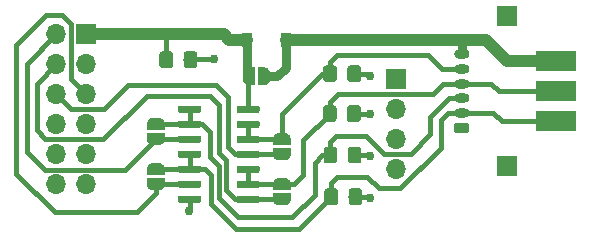
<source format=gtl>
G04 #@! TF.GenerationSoftware,KiCad,Pcbnew,(5.1.4)-1*
G04 #@! TF.CreationDate,2020-02-28T01:06:56+00:00*
G04 #@! TF.ProjectId,buffer,62756666-6572-42e6-9b69-6361645f7063,rev?*
G04 #@! TF.SameCoordinates,Original*
G04 #@! TF.FileFunction,Copper,L1,Top*
G04 #@! TF.FilePolarity,Positive*
%FSLAX46Y46*%
G04 Gerber Fmt 4.6, Leading zero omitted, Abs format (unit mm)*
G04 Created by KiCad (PCBNEW (5.1.4)-1) date 2020-02-28 01:06:56*
%MOMM*%
%LPD*%
G04 APERTURE LIST*
%ADD10C,0.100000*%
%ADD11C,0.600000*%
%ADD12O,1.300000X0.800000*%
%ADD13C,0.800000*%
%ADD14O,1.700000X1.700000*%
%ADD15R,1.700000X1.700000*%
%ADD16R,3.500000X1.750000*%
%ADD17R,0.900000X1.200000*%
%ADD18C,1.150000*%
%ADD19C,0.500000*%
%ADD20C,0.762000*%
%ADD21C,0.381000*%
%ADD22C,1.016000*%
%ADD23C,0.762000*%
G04 APERTURE END LIST*
D10*
G36*
X49970703Y-40401682D02*
G01*
X49985264Y-40403842D01*
X49999543Y-40407419D01*
X50013403Y-40412378D01*
X50026710Y-40418672D01*
X50039336Y-40426240D01*
X50051159Y-40435008D01*
X50062066Y-40444894D01*
X50071952Y-40455801D01*
X50080720Y-40467624D01*
X50088288Y-40480250D01*
X50094582Y-40493557D01*
X50099541Y-40507417D01*
X50103118Y-40521696D01*
X50105278Y-40536257D01*
X50106000Y-40550960D01*
X50106000Y-40850960D01*
X50105278Y-40865663D01*
X50103118Y-40880224D01*
X50099541Y-40894503D01*
X50094582Y-40908363D01*
X50088288Y-40921670D01*
X50080720Y-40934296D01*
X50071952Y-40946119D01*
X50062066Y-40957026D01*
X50051159Y-40966912D01*
X50039336Y-40975680D01*
X50026710Y-40983248D01*
X50013403Y-40989542D01*
X49999543Y-40994501D01*
X49985264Y-40998078D01*
X49970703Y-41000238D01*
X49956000Y-41000960D01*
X48306000Y-41000960D01*
X48291297Y-41000238D01*
X48276736Y-40998078D01*
X48262457Y-40994501D01*
X48248597Y-40989542D01*
X48235290Y-40983248D01*
X48222664Y-40975680D01*
X48210841Y-40966912D01*
X48199934Y-40957026D01*
X48190048Y-40946119D01*
X48181280Y-40934296D01*
X48173712Y-40921670D01*
X48167418Y-40908363D01*
X48162459Y-40894503D01*
X48158882Y-40880224D01*
X48156722Y-40865663D01*
X48156000Y-40850960D01*
X48156000Y-40550960D01*
X48156722Y-40536257D01*
X48158882Y-40521696D01*
X48162459Y-40507417D01*
X48167418Y-40493557D01*
X48173712Y-40480250D01*
X48181280Y-40467624D01*
X48190048Y-40455801D01*
X48199934Y-40444894D01*
X48210841Y-40435008D01*
X48222664Y-40426240D01*
X48235290Y-40418672D01*
X48248597Y-40412378D01*
X48262457Y-40407419D01*
X48276736Y-40403842D01*
X48291297Y-40401682D01*
X48306000Y-40400960D01*
X49956000Y-40400960D01*
X49970703Y-40401682D01*
X49970703Y-40401682D01*
G37*
D11*
X49131000Y-40700960D03*
D10*
G36*
X49970703Y-41671682D02*
G01*
X49985264Y-41673842D01*
X49999543Y-41677419D01*
X50013403Y-41682378D01*
X50026710Y-41688672D01*
X50039336Y-41696240D01*
X50051159Y-41705008D01*
X50062066Y-41714894D01*
X50071952Y-41725801D01*
X50080720Y-41737624D01*
X50088288Y-41750250D01*
X50094582Y-41763557D01*
X50099541Y-41777417D01*
X50103118Y-41791696D01*
X50105278Y-41806257D01*
X50106000Y-41820960D01*
X50106000Y-42120960D01*
X50105278Y-42135663D01*
X50103118Y-42150224D01*
X50099541Y-42164503D01*
X50094582Y-42178363D01*
X50088288Y-42191670D01*
X50080720Y-42204296D01*
X50071952Y-42216119D01*
X50062066Y-42227026D01*
X50051159Y-42236912D01*
X50039336Y-42245680D01*
X50026710Y-42253248D01*
X50013403Y-42259542D01*
X49999543Y-42264501D01*
X49985264Y-42268078D01*
X49970703Y-42270238D01*
X49956000Y-42270960D01*
X48306000Y-42270960D01*
X48291297Y-42270238D01*
X48276736Y-42268078D01*
X48262457Y-42264501D01*
X48248597Y-42259542D01*
X48235290Y-42253248D01*
X48222664Y-42245680D01*
X48210841Y-42236912D01*
X48199934Y-42227026D01*
X48190048Y-42216119D01*
X48181280Y-42204296D01*
X48173712Y-42191670D01*
X48167418Y-42178363D01*
X48162459Y-42164503D01*
X48158882Y-42150224D01*
X48156722Y-42135663D01*
X48156000Y-42120960D01*
X48156000Y-41820960D01*
X48156722Y-41806257D01*
X48158882Y-41791696D01*
X48162459Y-41777417D01*
X48167418Y-41763557D01*
X48173712Y-41750250D01*
X48181280Y-41737624D01*
X48190048Y-41725801D01*
X48199934Y-41714894D01*
X48210841Y-41705008D01*
X48222664Y-41696240D01*
X48235290Y-41688672D01*
X48248597Y-41682378D01*
X48262457Y-41677419D01*
X48276736Y-41673842D01*
X48291297Y-41671682D01*
X48306000Y-41670960D01*
X49956000Y-41670960D01*
X49970703Y-41671682D01*
X49970703Y-41671682D01*
G37*
D11*
X49131000Y-41970960D03*
D10*
G36*
X49970703Y-42941682D02*
G01*
X49985264Y-42943842D01*
X49999543Y-42947419D01*
X50013403Y-42952378D01*
X50026710Y-42958672D01*
X50039336Y-42966240D01*
X50051159Y-42975008D01*
X50062066Y-42984894D01*
X50071952Y-42995801D01*
X50080720Y-43007624D01*
X50088288Y-43020250D01*
X50094582Y-43033557D01*
X50099541Y-43047417D01*
X50103118Y-43061696D01*
X50105278Y-43076257D01*
X50106000Y-43090960D01*
X50106000Y-43390960D01*
X50105278Y-43405663D01*
X50103118Y-43420224D01*
X50099541Y-43434503D01*
X50094582Y-43448363D01*
X50088288Y-43461670D01*
X50080720Y-43474296D01*
X50071952Y-43486119D01*
X50062066Y-43497026D01*
X50051159Y-43506912D01*
X50039336Y-43515680D01*
X50026710Y-43523248D01*
X50013403Y-43529542D01*
X49999543Y-43534501D01*
X49985264Y-43538078D01*
X49970703Y-43540238D01*
X49956000Y-43540960D01*
X48306000Y-43540960D01*
X48291297Y-43540238D01*
X48276736Y-43538078D01*
X48262457Y-43534501D01*
X48248597Y-43529542D01*
X48235290Y-43523248D01*
X48222664Y-43515680D01*
X48210841Y-43506912D01*
X48199934Y-43497026D01*
X48190048Y-43486119D01*
X48181280Y-43474296D01*
X48173712Y-43461670D01*
X48167418Y-43448363D01*
X48162459Y-43434503D01*
X48158882Y-43420224D01*
X48156722Y-43405663D01*
X48156000Y-43390960D01*
X48156000Y-43090960D01*
X48156722Y-43076257D01*
X48158882Y-43061696D01*
X48162459Y-43047417D01*
X48167418Y-43033557D01*
X48173712Y-43020250D01*
X48181280Y-43007624D01*
X48190048Y-42995801D01*
X48199934Y-42984894D01*
X48210841Y-42975008D01*
X48222664Y-42966240D01*
X48235290Y-42958672D01*
X48248597Y-42952378D01*
X48262457Y-42947419D01*
X48276736Y-42943842D01*
X48291297Y-42941682D01*
X48306000Y-42940960D01*
X49956000Y-42940960D01*
X49970703Y-42941682D01*
X49970703Y-42941682D01*
G37*
D11*
X49131000Y-43240960D03*
D10*
G36*
X49970703Y-44211682D02*
G01*
X49985264Y-44213842D01*
X49999543Y-44217419D01*
X50013403Y-44222378D01*
X50026710Y-44228672D01*
X50039336Y-44236240D01*
X50051159Y-44245008D01*
X50062066Y-44254894D01*
X50071952Y-44265801D01*
X50080720Y-44277624D01*
X50088288Y-44290250D01*
X50094582Y-44303557D01*
X50099541Y-44317417D01*
X50103118Y-44331696D01*
X50105278Y-44346257D01*
X50106000Y-44360960D01*
X50106000Y-44660960D01*
X50105278Y-44675663D01*
X50103118Y-44690224D01*
X50099541Y-44704503D01*
X50094582Y-44718363D01*
X50088288Y-44731670D01*
X50080720Y-44744296D01*
X50071952Y-44756119D01*
X50062066Y-44767026D01*
X50051159Y-44776912D01*
X50039336Y-44785680D01*
X50026710Y-44793248D01*
X50013403Y-44799542D01*
X49999543Y-44804501D01*
X49985264Y-44808078D01*
X49970703Y-44810238D01*
X49956000Y-44810960D01*
X48306000Y-44810960D01*
X48291297Y-44810238D01*
X48276736Y-44808078D01*
X48262457Y-44804501D01*
X48248597Y-44799542D01*
X48235290Y-44793248D01*
X48222664Y-44785680D01*
X48210841Y-44776912D01*
X48199934Y-44767026D01*
X48190048Y-44756119D01*
X48181280Y-44744296D01*
X48173712Y-44731670D01*
X48167418Y-44718363D01*
X48162459Y-44704503D01*
X48158882Y-44690224D01*
X48156722Y-44675663D01*
X48156000Y-44660960D01*
X48156000Y-44360960D01*
X48156722Y-44346257D01*
X48158882Y-44331696D01*
X48162459Y-44317417D01*
X48167418Y-44303557D01*
X48173712Y-44290250D01*
X48181280Y-44277624D01*
X48190048Y-44265801D01*
X48199934Y-44254894D01*
X48210841Y-44245008D01*
X48222664Y-44236240D01*
X48235290Y-44228672D01*
X48248597Y-44222378D01*
X48262457Y-44217419D01*
X48276736Y-44213842D01*
X48291297Y-44211682D01*
X48306000Y-44210960D01*
X49956000Y-44210960D01*
X49970703Y-44211682D01*
X49970703Y-44211682D01*
G37*
D11*
X49131000Y-44510960D03*
D10*
G36*
X49970703Y-45481682D02*
G01*
X49985264Y-45483842D01*
X49999543Y-45487419D01*
X50013403Y-45492378D01*
X50026710Y-45498672D01*
X50039336Y-45506240D01*
X50051159Y-45515008D01*
X50062066Y-45524894D01*
X50071952Y-45535801D01*
X50080720Y-45547624D01*
X50088288Y-45560250D01*
X50094582Y-45573557D01*
X50099541Y-45587417D01*
X50103118Y-45601696D01*
X50105278Y-45616257D01*
X50106000Y-45630960D01*
X50106000Y-45930960D01*
X50105278Y-45945663D01*
X50103118Y-45960224D01*
X50099541Y-45974503D01*
X50094582Y-45988363D01*
X50088288Y-46001670D01*
X50080720Y-46014296D01*
X50071952Y-46026119D01*
X50062066Y-46037026D01*
X50051159Y-46046912D01*
X50039336Y-46055680D01*
X50026710Y-46063248D01*
X50013403Y-46069542D01*
X49999543Y-46074501D01*
X49985264Y-46078078D01*
X49970703Y-46080238D01*
X49956000Y-46080960D01*
X48306000Y-46080960D01*
X48291297Y-46080238D01*
X48276736Y-46078078D01*
X48262457Y-46074501D01*
X48248597Y-46069542D01*
X48235290Y-46063248D01*
X48222664Y-46055680D01*
X48210841Y-46046912D01*
X48199934Y-46037026D01*
X48190048Y-46026119D01*
X48181280Y-46014296D01*
X48173712Y-46001670D01*
X48167418Y-45988363D01*
X48162459Y-45974503D01*
X48158882Y-45960224D01*
X48156722Y-45945663D01*
X48156000Y-45930960D01*
X48156000Y-45630960D01*
X48156722Y-45616257D01*
X48158882Y-45601696D01*
X48162459Y-45587417D01*
X48167418Y-45573557D01*
X48173712Y-45560250D01*
X48181280Y-45547624D01*
X48190048Y-45535801D01*
X48199934Y-45524894D01*
X48210841Y-45515008D01*
X48222664Y-45506240D01*
X48235290Y-45498672D01*
X48248597Y-45492378D01*
X48262457Y-45487419D01*
X48276736Y-45483842D01*
X48291297Y-45481682D01*
X48306000Y-45480960D01*
X49956000Y-45480960D01*
X49970703Y-45481682D01*
X49970703Y-45481682D01*
G37*
D11*
X49131000Y-45780960D03*
D10*
G36*
X49970703Y-46751682D02*
G01*
X49985264Y-46753842D01*
X49999543Y-46757419D01*
X50013403Y-46762378D01*
X50026710Y-46768672D01*
X50039336Y-46776240D01*
X50051159Y-46785008D01*
X50062066Y-46794894D01*
X50071952Y-46805801D01*
X50080720Y-46817624D01*
X50088288Y-46830250D01*
X50094582Y-46843557D01*
X50099541Y-46857417D01*
X50103118Y-46871696D01*
X50105278Y-46886257D01*
X50106000Y-46900960D01*
X50106000Y-47200960D01*
X50105278Y-47215663D01*
X50103118Y-47230224D01*
X50099541Y-47244503D01*
X50094582Y-47258363D01*
X50088288Y-47271670D01*
X50080720Y-47284296D01*
X50071952Y-47296119D01*
X50062066Y-47307026D01*
X50051159Y-47316912D01*
X50039336Y-47325680D01*
X50026710Y-47333248D01*
X50013403Y-47339542D01*
X49999543Y-47344501D01*
X49985264Y-47348078D01*
X49970703Y-47350238D01*
X49956000Y-47350960D01*
X48306000Y-47350960D01*
X48291297Y-47350238D01*
X48276736Y-47348078D01*
X48262457Y-47344501D01*
X48248597Y-47339542D01*
X48235290Y-47333248D01*
X48222664Y-47325680D01*
X48210841Y-47316912D01*
X48199934Y-47307026D01*
X48190048Y-47296119D01*
X48181280Y-47284296D01*
X48173712Y-47271670D01*
X48167418Y-47258363D01*
X48162459Y-47244503D01*
X48158882Y-47230224D01*
X48156722Y-47215663D01*
X48156000Y-47200960D01*
X48156000Y-46900960D01*
X48156722Y-46886257D01*
X48158882Y-46871696D01*
X48162459Y-46857417D01*
X48167418Y-46843557D01*
X48173712Y-46830250D01*
X48181280Y-46817624D01*
X48190048Y-46805801D01*
X48199934Y-46794894D01*
X48210841Y-46785008D01*
X48222664Y-46776240D01*
X48235290Y-46768672D01*
X48248597Y-46762378D01*
X48262457Y-46757419D01*
X48276736Y-46753842D01*
X48291297Y-46751682D01*
X48306000Y-46750960D01*
X49956000Y-46750960D01*
X49970703Y-46751682D01*
X49970703Y-46751682D01*
G37*
D11*
X49131000Y-47050960D03*
D10*
G36*
X49970703Y-48021682D02*
G01*
X49985264Y-48023842D01*
X49999543Y-48027419D01*
X50013403Y-48032378D01*
X50026710Y-48038672D01*
X50039336Y-48046240D01*
X50051159Y-48055008D01*
X50062066Y-48064894D01*
X50071952Y-48075801D01*
X50080720Y-48087624D01*
X50088288Y-48100250D01*
X50094582Y-48113557D01*
X50099541Y-48127417D01*
X50103118Y-48141696D01*
X50105278Y-48156257D01*
X50106000Y-48170960D01*
X50106000Y-48470960D01*
X50105278Y-48485663D01*
X50103118Y-48500224D01*
X50099541Y-48514503D01*
X50094582Y-48528363D01*
X50088288Y-48541670D01*
X50080720Y-48554296D01*
X50071952Y-48566119D01*
X50062066Y-48577026D01*
X50051159Y-48586912D01*
X50039336Y-48595680D01*
X50026710Y-48603248D01*
X50013403Y-48609542D01*
X49999543Y-48614501D01*
X49985264Y-48618078D01*
X49970703Y-48620238D01*
X49956000Y-48620960D01*
X48306000Y-48620960D01*
X48291297Y-48620238D01*
X48276736Y-48618078D01*
X48262457Y-48614501D01*
X48248597Y-48609542D01*
X48235290Y-48603248D01*
X48222664Y-48595680D01*
X48210841Y-48586912D01*
X48199934Y-48577026D01*
X48190048Y-48566119D01*
X48181280Y-48554296D01*
X48173712Y-48541670D01*
X48167418Y-48528363D01*
X48162459Y-48514503D01*
X48158882Y-48500224D01*
X48156722Y-48485663D01*
X48156000Y-48470960D01*
X48156000Y-48170960D01*
X48156722Y-48156257D01*
X48158882Y-48141696D01*
X48162459Y-48127417D01*
X48167418Y-48113557D01*
X48173712Y-48100250D01*
X48181280Y-48087624D01*
X48190048Y-48075801D01*
X48199934Y-48064894D01*
X48210841Y-48055008D01*
X48222664Y-48046240D01*
X48235290Y-48038672D01*
X48248597Y-48032378D01*
X48262457Y-48027419D01*
X48276736Y-48023842D01*
X48291297Y-48021682D01*
X48306000Y-48020960D01*
X49956000Y-48020960D01*
X49970703Y-48021682D01*
X49970703Y-48021682D01*
G37*
D11*
X49131000Y-48320960D03*
D10*
G36*
X54920703Y-48021682D02*
G01*
X54935264Y-48023842D01*
X54949543Y-48027419D01*
X54963403Y-48032378D01*
X54976710Y-48038672D01*
X54989336Y-48046240D01*
X55001159Y-48055008D01*
X55012066Y-48064894D01*
X55021952Y-48075801D01*
X55030720Y-48087624D01*
X55038288Y-48100250D01*
X55044582Y-48113557D01*
X55049541Y-48127417D01*
X55053118Y-48141696D01*
X55055278Y-48156257D01*
X55056000Y-48170960D01*
X55056000Y-48470960D01*
X55055278Y-48485663D01*
X55053118Y-48500224D01*
X55049541Y-48514503D01*
X55044582Y-48528363D01*
X55038288Y-48541670D01*
X55030720Y-48554296D01*
X55021952Y-48566119D01*
X55012066Y-48577026D01*
X55001159Y-48586912D01*
X54989336Y-48595680D01*
X54976710Y-48603248D01*
X54963403Y-48609542D01*
X54949543Y-48614501D01*
X54935264Y-48618078D01*
X54920703Y-48620238D01*
X54906000Y-48620960D01*
X53256000Y-48620960D01*
X53241297Y-48620238D01*
X53226736Y-48618078D01*
X53212457Y-48614501D01*
X53198597Y-48609542D01*
X53185290Y-48603248D01*
X53172664Y-48595680D01*
X53160841Y-48586912D01*
X53149934Y-48577026D01*
X53140048Y-48566119D01*
X53131280Y-48554296D01*
X53123712Y-48541670D01*
X53117418Y-48528363D01*
X53112459Y-48514503D01*
X53108882Y-48500224D01*
X53106722Y-48485663D01*
X53106000Y-48470960D01*
X53106000Y-48170960D01*
X53106722Y-48156257D01*
X53108882Y-48141696D01*
X53112459Y-48127417D01*
X53117418Y-48113557D01*
X53123712Y-48100250D01*
X53131280Y-48087624D01*
X53140048Y-48075801D01*
X53149934Y-48064894D01*
X53160841Y-48055008D01*
X53172664Y-48046240D01*
X53185290Y-48038672D01*
X53198597Y-48032378D01*
X53212457Y-48027419D01*
X53226736Y-48023842D01*
X53241297Y-48021682D01*
X53256000Y-48020960D01*
X54906000Y-48020960D01*
X54920703Y-48021682D01*
X54920703Y-48021682D01*
G37*
D11*
X54081000Y-48320960D03*
D10*
G36*
X54920703Y-46751682D02*
G01*
X54935264Y-46753842D01*
X54949543Y-46757419D01*
X54963403Y-46762378D01*
X54976710Y-46768672D01*
X54989336Y-46776240D01*
X55001159Y-46785008D01*
X55012066Y-46794894D01*
X55021952Y-46805801D01*
X55030720Y-46817624D01*
X55038288Y-46830250D01*
X55044582Y-46843557D01*
X55049541Y-46857417D01*
X55053118Y-46871696D01*
X55055278Y-46886257D01*
X55056000Y-46900960D01*
X55056000Y-47200960D01*
X55055278Y-47215663D01*
X55053118Y-47230224D01*
X55049541Y-47244503D01*
X55044582Y-47258363D01*
X55038288Y-47271670D01*
X55030720Y-47284296D01*
X55021952Y-47296119D01*
X55012066Y-47307026D01*
X55001159Y-47316912D01*
X54989336Y-47325680D01*
X54976710Y-47333248D01*
X54963403Y-47339542D01*
X54949543Y-47344501D01*
X54935264Y-47348078D01*
X54920703Y-47350238D01*
X54906000Y-47350960D01*
X53256000Y-47350960D01*
X53241297Y-47350238D01*
X53226736Y-47348078D01*
X53212457Y-47344501D01*
X53198597Y-47339542D01*
X53185290Y-47333248D01*
X53172664Y-47325680D01*
X53160841Y-47316912D01*
X53149934Y-47307026D01*
X53140048Y-47296119D01*
X53131280Y-47284296D01*
X53123712Y-47271670D01*
X53117418Y-47258363D01*
X53112459Y-47244503D01*
X53108882Y-47230224D01*
X53106722Y-47215663D01*
X53106000Y-47200960D01*
X53106000Y-46900960D01*
X53106722Y-46886257D01*
X53108882Y-46871696D01*
X53112459Y-46857417D01*
X53117418Y-46843557D01*
X53123712Y-46830250D01*
X53131280Y-46817624D01*
X53140048Y-46805801D01*
X53149934Y-46794894D01*
X53160841Y-46785008D01*
X53172664Y-46776240D01*
X53185290Y-46768672D01*
X53198597Y-46762378D01*
X53212457Y-46757419D01*
X53226736Y-46753842D01*
X53241297Y-46751682D01*
X53256000Y-46750960D01*
X54906000Y-46750960D01*
X54920703Y-46751682D01*
X54920703Y-46751682D01*
G37*
D11*
X54081000Y-47050960D03*
D10*
G36*
X54920703Y-45481682D02*
G01*
X54935264Y-45483842D01*
X54949543Y-45487419D01*
X54963403Y-45492378D01*
X54976710Y-45498672D01*
X54989336Y-45506240D01*
X55001159Y-45515008D01*
X55012066Y-45524894D01*
X55021952Y-45535801D01*
X55030720Y-45547624D01*
X55038288Y-45560250D01*
X55044582Y-45573557D01*
X55049541Y-45587417D01*
X55053118Y-45601696D01*
X55055278Y-45616257D01*
X55056000Y-45630960D01*
X55056000Y-45930960D01*
X55055278Y-45945663D01*
X55053118Y-45960224D01*
X55049541Y-45974503D01*
X55044582Y-45988363D01*
X55038288Y-46001670D01*
X55030720Y-46014296D01*
X55021952Y-46026119D01*
X55012066Y-46037026D01*
X55001159Y-46046912D01*
X54989336Y-46055680D01*
X54976710Y-46063248D01*
X54963403Y-46069542D01*
X54949543Y-46074501D01*
X54935264Y-46078078D01*
X54920703Y-46080238D01*
X54906000Y-46080960D01*
X53256000Y-46080960D01*
X53241297Y-46080238D01*
X53226736Y-46078078D01*
X53212457Y-46074501D01*
X53198597Y-46069542D01*
X53185290Y-46063248D01*
X53172664Y-46055680D01*
X53160841Y-46046912D01*
X53149934Y-46037026D01*
X53140048Y-46026119D01*
X53131280Y-46014296D01*
X53123712Y-46001670D01*
X53117418Y-45988363D01*
X53112459Y-45974503D01*
X53108882Y-45960224D01*
X53106722Y-45945663D01*
X53106000Y-45930960D01*
X53106000Y-45630960D01*
X53106722Y-45616257D01*
X53108882Y-45601696D01*
X53112459Y-45587417D01*
X53117418Y-45573557D01*
X53123712Y-45560250D01*
X53131280Y-45547624D01*
X53140048Y-45535801D01*
X53149934Y-45524894D01*
X53160841Y-45515008D01*
X53172664Y-45506240D01*
X53185290Y-45498672D01*
X53198597Y-45492378D01*
X53212457Y-45487419D01*
X53226736Y-45483842D01*
X53241297Y-45481682D01*
X53256000Y-45480960D01*
X54906000Y-45480960D01*
X54920703Y-45481682D01*
X54920703Y-45481682D01*
G37*
D11*
X54081000Y-45780960D03*
D10*
G36*
X54920703Y-44211682D02*
G01*
X54935264Y-44213842D01*
X54949543Y-44217419D01*
X54963403Y-44222378D01*
X54976710Y-44228672D01*
X54989336Y-44236240D01*
X55001159Y-44245008D01*
X55012066Y-44254894D01*
X55021952Y-44265801D01*
X55030720Y-44277624D01*
X55038288Y-44290250D01*
X55044582Y-44303557D01*
X55049541Y-44317417D01*
X55053118Y-44331696D01*
X55055278Y-44346257D01*
X55056000Y-44360960D01*
X55056000Y-44660960D01*
X55055278Y-44675663D01*
X55053118Y-44690224D01*
X55049541Y-44704503D01*
X55044582Y-44718363D01*
X55038288Y-44731670D01*
X55030720Y-44744296D01*
X55021952Y-44756119D01*
X55012066Y-44767026D01*
X55001159Y-44776912D01*
X54989336Y-44785680D01*
X54976710Y-44793248D01*
X54963403Y-44799542D01*
X54949543Y-44804501D01*
X54935264Y-44808078D01*
X54920703Y-44810238D01*
X54906000Y-44810960D01*
X53256000Y-44810960D01*
X53241297Y-44810238D01*
X53226736Y-44808078D01*
X53212457Y-44804501D01*
X53198597Y-44799542D01*
X53185290Y-44793248D01*
X53172664Y-44785680D01*
X53160841Y-44776912D01*
X53149934Y-44767026D01*
X53140048Y-44756119D01*
X53131280Y-44744296D01*
X53123712Y-44731670D01*
X53117418Y-44718363D01*
X53112459Y-44704503D01*
X53108882Y-44690224D01*
X53106722Y-44675663D01*
X53106000Y-44660960D01*
X53106000Y-44360960D01*
X53106722Y-44346257D01*
X53108882Y-44331696D01*
X53112459Y-44317417D01*
X53117418Y-44303557D01*
X53123712Y-44290250D01*
X53131280Y-44277624D01*
X53140048Y-44265801D01*
X53149934Y-44254894D01*
X53160841Y-44245008D01*
X53172664Y-44236240D01*
X53185290Y-44228672D01*
X53198597Y-44222378D01*
X53212457Y-44217419D01*
X53226736Y-44213842D01*
X53241297Y-44211682D01*
X53256000Y-44210960D01*
X54906000Y-44210960D01*
X54920703Y-44211682D01*
X54920703Y-44211682D01*
G37*
D11*
X54081000Y-44510960D03*
D10*
G36*
X54920703Y-42941682D02*
G01*
X54935264Y-42943842D01*
X54949543Y-42947419D01*
X54963403Y-42952378D01*
X54976710Y-42958672D01*
X54989336Y-42966240D01*
X55001159Y-42975008D01*
X55012066Y-42984894D01*
X55021952Y-42995801D01*
X55030720Y-43007624D01*
X55038288Y-43020250D01*
X55044582Y-43033557D01*
X55049541Y-43047417D01*
X55053118Y-43061696D01*
X55055278Y-43076257D01*
X55056000Y-43090960D01*
X55056000Y-43390960D01*
X55055278Y-43405663D01*
X55053118Y-43420224D01*
X55049541Y-43434503D01*
X55044582Y-43448363D01*
X55038288Y-43461670D01*
X55030720Y-43474296D01*
X55021952Y-43486119D01*
X55012066Y-43497026D01*
X55001159Y-43506912D01*
X54989336Y-43515680D01*
X54976710Y-43523248D01*
X54963403Y-43529542D01*
X54949543Y-43534501D01*
X54935264Y-43538078D01*
X54920703Y-43540238D01*
X54906000Y-43540960D01*
X53256000Y-43540960D01*
X53241297Y-43540238D01*
X53226736Y-43538078D01*
X53212457Y-43534501D01*
X53198597Y-43529542D01*
X53185290Y-43523248D01*
X53172664Y-43515680D01*
X53160841Y-43506912D01*
X53149934Y-43497026D01*
X53140048Y-43486119D01*
X53131280Y-43474296D01*
X53123712Y-43461670D01*
X53117418Y-43448363D01*
X53112459Y-43434503D01*
X53108882Y-43420224D01*
X53106722Y-43405663D01*
X53106000Y-43390960D01*
X53106000Y-43090960D01*
X53106722Y-43076257D01*
X53108882Y-43061696D01*
X53112459Y-43047417D01*
X53117418Y-43033557D01*
X53123712Y-43020250D01*
X53131280Y-43007624D01*
X53140048Y-42995801D01*
X53149934Y-42984894D01*
X53160841Y-42975008D01*
X53172664Y-42966240D01*
X53185290Y-42958672D01*
X53198597Y-42952378D01*
X53212457Y-42947419D01*
X53226736Y-42943842D01*
X53241297Y-42941682D01*
X53256000Y-42940960D01*
X54906000Y-42940960D01*
X54920703Y-42941682D01*
X54920703Y-42941682D01*
G37*
D11*
X54081000Y-43240960D03*
D10*
G36*
X54920703Y-41671682D02*
G01*
X54935264Y-41673842D01*
X54949543Y-41677419D01*
X54963403Y-41682378D01*
X54976710Y-41688672D01*
X54989336Y-41696240D01*
X55001159Y-41705008D01*
X55012066Y-41714894D01*
X55021952Y-41725801D01*
X55030720Y-41737624D01*
X55038288Y-41750250D01*
X55044582Y-41763557D01*
X55049541Y-41777417D01*
X55053118Y-41791696D01*
X55055278Y-41806257D01*
X55056000Y-41820960D01*
X55056000Y-42120960D01*
X55055278Y-42135663D01*
X55053118Y-42150224D01*
X55049541Y-42164503D01*
X55044582Y-42178363D01*
X55038288Y-42191670D01*
X55030720Y-42204296D01*
X55021952Y-42216119D01*
X55012066Y-42227026D01*
X55001159Y-42236912D01*
X54989336Y-42245680D01*
X54976710Y-42253248D01*
X54963403Y-42259542D01*
X54949543Y-42264501D01*
X54935264Y-42268078D01*
X54920703Y-42270238D01*
X54906000Y-42270960D01*
X53256000Y-42270960D01*
X53241297Y-42270238D01*
X53226736Y-42268078D01*
X53212457Y-42264501D01*
X53198597Y-42259542D01*
X53185290Y-42253248D01*
X53172664Y-42245680D01*
X53160841Y-42236912D01*
X53149934Y-42227026D01*
X53140048Y-42216119D01*
X53131280Y-42204296D01*
X53123712Y-42191670D01*
X53117418Y-42178363D01*
X53112459Y-42164503D01*
X53108882Y-42150224D01*
X53106722Y-42135663D01*
X53106000Y-42120960D01*
X53106000Y-41820960D01*
X53106722Y-41806257D01*
X53108882Y-41791696D01*
X53112459Y-41777417D01*
X53117418Y-41763557D01*
X53123712Y-41750250D01*
X53131280Y-41737624D01*
X53140048Y-41725801D01*
X53149934Y-41714894D01*
X53160841Y-41705008D01*
X53172664Y-41696240D01*
X53185290Y-41688672D01*
X53198597Y-41682378D01*
X53212457Y-41677419D01*
X53226736Y-41673842D01*
X53241297Y-41671682D01*
X53256000Y-41670960D01*
X54906000Y-41670960D01*
X54920703Y-41671682D01*
X54920703Y-41671682D01*
G37*
D11*
X54081000Y-41970960D03*
D10*
G36*
X54920703Y-40401682D02*
G01*
X54935264Y-40403842D01*
X54949543Y-40407419D01*
X54963403Y-40412378D01*
X54976710Y-40418672D01*
X54989336Y-40426240D01*
X55001159Y-40435008D01*
X55012066Y-40444894D01*
X55021952Y-40455801D01*
X55030720Y-40467624D01*
X55038288Y-40480250D01*
X55044582Y-40493557D01*
X55049541Y-40507417D01*
X55053118Y-40521696D01*
X55055278Y-40536257D01*
X55056000Y-40550960D01*
X55056000Y-40850960D01*
X55055278Y-40865663D01*
X55053118Y-40880224D01*
X55049541Y-40894503D01*
X55044582Y-40908363D01*
X55038288Y-40921670D01*
X55030720Y-40934296D01*
X55021952Y-40946119D01*
X55012066Y-40957026D01*
X55001159Y-40966912D01*
X54989336Y-40975680D01*
X54976710Y-40983248D01*
X54963403Y-40989542D01*
X54949543Y-40994501D01*
X54935264Y-40998078D01*
X54920703Y-41000238D01*
X54906000Y-41000960D01*
X53256000Y-41000960D01*
X53241297Y-41000238D01*
X53226736Y-40998078D01*
X53212457Y-40994501D01*
X53198597Y-40989542D01*
X53185290Y-40983248D01*
X53172664Y-40975680D01*
X53160841Y-40966912D01*
X53149934Y-40957026D01*
X53140048Y-40946119D01*
X53131280Y-40934296D01*
X53123712Y-40921670D01*
X53117418Y-40908363D01*
X53112459Y-40894503D01*
X53108882Y-40880224D01*
X53106722Y-40865663D01*
X53106000Y-40850960D01*
X53106000Y-40550960D01*
X53106722Y-40536257D01*
X53108882Y-40521696D01*
X53112459Y-40507417D01*
X53117418Y-40493557D01*
X53123712Y-40480250D01*
X53131280Y-40467624D01*
X53140048Y-40455801D01*
X53149934Y-40444894D01*
X53160841Y-40435008D01*
X53172664Y-40426240D01*
X53185290Y-40418672D01*
X53198597Y-40412378D01*
X53212457Y-40407419D01*
X53226736Y-40403842D01*
X53241297Y-40401682D01*
X53256000Y-40400960D01*
X54906000Y-40400960D01*
X54920703Y-40401682D01*
X54920703Y-40401682D01*
G37*
D11*
X54081000Y-40700960D03*
D12*
X72154600Y-36050960D03*
X72154600Y-37300960D03*
X72154600Y-38550960D03*
X72154600Y-39800960D03*
X72154600Y-41050960D03*
D10*
G36*
X72624203Y-41901923D02*
G01*
X72643618Y-41904803D01*
X72662657Y-41909572D01*
X72681137Y-41916184D01*
X72698879Y-41924576D01*
X72715714Y-41934666D01*
X72731479Y-41946358D01*
X72746021Y-41959539D01*
X72759202Y-41974081D01*
X72770894Y-41989846D01*
X72780984Y-42006681D01*
X72789376Y-42024423D01*
X72795988Y-42042903D01*
X72800757Y-42061942D01*
X72803637Y-42081357D01*
X72804600Y-42100960D01*
X72804600Y-42500960D01*
X72803637Y-42520563D01*
X72800757Y-42539978D01*
X72795988Y-42559017D01*
X72789376Y-42577497D01*
X72780984Y-42595239D01*
X72770894Y-42612074D01*
X72759202Y-42627839D01*
X72746021Y-42642381D01*
X72731479Y-42655562D01*
X72715714Y-42667254D01*
X72698879Y-42677344D01*
X72681137Y-42685736D01*
X72662657Y-42692348D01*
X72643618Y-42697117D01*
X72624203Y-42699997D01*
X72604600Y-42700960D01*
X71704600Y-42700960D01*
X71684997Y-42699997D01*
X71665582Y-42697117D01*
X71646543Y-42692348D01*
X71628063Y-42685736D01*
X71610321Y-42677344D01*
X71593486Y-42667254D01*
X71577721Y-42655562D01*
X71563179Y-42642381D01*
X71549998Y-42627839D01*
X71538306Y-42612074D01*
X71528216Y-42595239D01*
X71519824Y-42577497D01*
X71513212Y-42559017D01*
X71508443Y-42539978D01*
X71505563Y-42520563D01*
X71504600Y-42500960D01*
X71504600Y-42100960D01*
X71505563Y-42081357D01*
X71508443Y-42061942D01*
X71513212Y-42042903D01*
X71519824Y-42024423D01*
X71528216Y-42006681D01*
X71538306Y-41989846D01*
X71549998Y-41974081D01*
X71563179Y-41959539D01*
X71577721Y-41946358D01*
X71593486Y-41934666D01*
X71610321Y-41924576D01*
X71628063Y-41916184D01*
X71646543Y-41909572D01*
X71665582Y-41904803D01*
X71684997Y-41901923D01*
X71704600Y-41900960D01*
X72604600Y-41900960D01*
X72624203Y-41901923D01*
X72624203Y-41901923D01*
G37*
D13*
X72154600Y-42300960D03*
D14*
X66617400Y-45730160D03*
X66617400Y-43190160D03*
X66617400Y-40650160D03*
D15*
X66617400Y-38110160D03*
X76033180Y-45504100D03*
X40353800Y-34376360D03*
D14*
X37813800Y-34376360D03*
X40353800Y-36916360D03*
X37813800Y-36916360D03*
X40353800Y-39456360D03*
X37813800Y-39456360D03*
X40353800Y-41996360D03*
X37813800Y-41996360D03*
X40353800Y-44536360D03*
X37813800Y-44536360D03*
X40353800Y-47076360D03*
X37813800Y-47076360D03*
D15*
X76040800Y-32801560D03*
D16*
X80130200Y-36660960D03*
X80130200Y-39200960D03*
X80130200Y-41740960D03*
D17*
X53969200Y-34858960D03*
X57269200Y-34858960D03*
D10*
G36*
X61471505Y-47418964D02*
G01*
X61495773Y-47422564D01*
X61519572Y-47428525D01*
X61542671Y-47436790D01*
X61564850Y-47447280D01*
X61585893Y-47459892D01*
X61605599Y-47474507D01*
X61623777Y-47490983D01*
X61640253Y-47509161D01*
X61654868Y-47528867D01*
X61667480Y-47549910D01*
X61677970Y-47572089D01*
X61686235Y-47595188D01*
X61692196Y-47618987D01*
X61695796Y-47643255D01*
X61697000Y-47667759D01*
X61697000Y-48567761D01*
X61695796Y-48592265D01*
X61692196Y-48616533D01*
X61686235Y-48640332D01*
X61677970Y-48663431D01*
X61667480Y-48685610D01*
X61654868Y-48706653D01*
X61640253Y-48726359D01*
X61623777Y-48744537D01*
X61605599Y-48761013D01*
X61585893Y-48775628D01*
X61564850Y-48788240D01*
X61542671Y-48798730D01*
X61519572Y-48806995D01*
X61495773Y-48812956D01*
X61471505Y-48816556D01*
X61447001Y-48817760D01*
X60796999Y-48817760D01*
X60772495Y-48816556D01*
X60748227Y-48812956D01*
X60724428Y-48806995D01*
X60701329Y-48798730D01*
X60679150Y-48788240D01*
X60658107Y-48775628D01*
X60638401Y-48761013D01*
X60620223Y-48744537D01*
X60603747Y-48726359D01*
X60589132Y-48706653D01*
X60576520Y-48685610D01*
X60566030Y-48663431D01*
X60557765Y-48640332D01*
X60551804Y-48616533D01*
X60548204Y-48592265D01*
X60547000Y-48567761D01*
X60547000Y-47667759D01*
X60548204Y-47643255D01*
X60551804Y-47618987D01*
X60557765Y-47595188D01*
X60566030Y-47572089D01*
X60576520Y-47549910D01*
X60589132Y-47528867D01*
X60603747Y-47509161D01*
X60620223Y-47490983D01*
X60638401Y-47474507D01*
X60658107Y-47459892D01*
X60679150Y-47447280D01*
X60701329Y-47436790D01*
X60724428Y-47428525D01*
X60748227Y-47422564D01*
X60772495Y-47418964D01*
X60796999Y-47417760D01*
X61447001Y-47417760D01*
X61471505Y-47418964D01*
X61471505Y-47418964D01*
G37*
D18*
X61122000Y-48117760D03*
D10*
G36*
X63521505Y-47418964D02*
G01*
X63545773Y-47422564D01*
X63569572Y-47428525D01*
X63592671Y-47436790D01*
X63614850Y-47447280D01*
X63635893Y-47459892D01*
X63655599Y-47474507D01*
X63673777Y-47490983D01*
X63690253Y-47509161D01*
X63704868Y-47528867D01*
X63717480Y-47549910D01*
X63727970Y-47572089D01*
X63736235Y-47595188D01*
X63742196Y-47618987D01*
X63745796Y-47643255D01*
X63747000Y-47667759D01*
X63747000Y-48567761D01*
X63745796Y-48592265D01*
X63742196Y-48616533D01*
X63736235Y-48640332D01*
X63727970Y-48663431D01*
X63717480Y-48685610D01*
X63704868Y-48706653D01*
X63690253Y-48726359D01*
X63673777Y-48744537D01*
X63655599Y-48761013D01*
X63635893Y-48775628D01*
X63614850Y-48788240D01*
X63592671Y-48798730D01*
X63569572Y-48806995D01*
X63545773Y-48812956D01*
X63521505Y-48816556D01*
X63497001Y-48817760D01*
X62846999Y-48817760D01*
X62822495Y-48816556D01*
X62798227Y-48812956D01*
X62774428Y-48806995D01*
X62751329Y-48798730D01*
X62729150Y-48788240D01*
X62708107Y-48775628D01*
X62688401Y-48761013D01*
X62670223Y-48744537D01*
X62653747Y-48726359D01*
X62639132Y-48706653D01*
X62626520Y-48685610D01*
X62616030Y-48663431D01*
X62607765Y-48640332D01*
X62601804Y-48616533D01*
X62598204Y-48592265D01*
X62597000Y-48567761D01*
X62597000Y-47667759D01*
X62598204Y-47643255D01*
X62601804Y-47618987D01*
X62607765Y-47595188D01*
X62616030Y-47572089D01*
X62626520Y-47549910D01*
X62639132Y-47528867D01*
X62653747Y-47509161D01*
X62670223Y-47490983D01*
X62688401Y-47474507D01*
X62708107Y-47459892D01*
X62729150Y-47447280D01*
X62751329Y-47436790D01*
X62774428Y-47428525D01*
X62798227Y-47422564D01*
X62822495Y-47418964D01*
X62846999Y-47417760D01*
X63497001Y-47417760D01*
X63521505Y-47418964D01*
X63521505Y-47418964D01*
G37*
D18*
X63172000Y-48117760D03*
D10*
G36*
X63454305Y-43888364D02*
G01*
X63478573Y-43891964D01*
X63502372Y-43897925D01*
X63525471Y-43906190D01*
X63547650Y-43916680D01*
X63568693Y-43929292D01*
X63588399Y-43943907D01*
X63606577Y-43960383D01*
X63623053Y-43978561D01*
X63637668Y-43998267D01*
X63650280Y-44019310D01*
X63660770Y-44041489D01*
X63669035Y-44064588D01*
X63674996Y-44088387D01*
X63678596Y-44112655D01*
X63679800Y-44137159D01*
X63679800Y-45037161D01*
X63678596Y-45061665D01*
X63674996Y-45085933D01*
X63669035Y-45109732D01*
X63660770Y-45132831D01*
X63650280Y-45155010D01*
X63637668Y-45176053D01*
X63623053Y-45195759D01*
X63606577Y-45213937D01*
X63588399Y-45230413D01*
X63568693Y-45245028D01*
X63547650Y-45257640D01*
X63525471Y-45268130D01*
X63502372Y-45276395D01*
X63478573Y-45282356D01*
X63454305Y-45285956D01*
X63429801Y-45287160D01*
X62779799Y-45287160D01*
X62755295Y-45285956D01*
X62731027Y-45282356D01*
X62707228Y-45276395D01*
X62684129Y-45268130D01*
X62661950Y-45257640D01*
X62640907Y-45245028D01*
X62621201Y-45230413D01*
X62603023Y-45213937D01*
X62586547Y-45195759D01*
X62571932Y-45176053D01*
X62559320Y-45155010D01*
X62548830Y-45132831D01*
X62540565Y-45109732D01*
X62534604Y-45085933D01*
X62531004Y-45061665D01*
X62529800Y-45037161D01*
X62529800Y-44137159D01*
X62531004Y-44112655D01*
X62534604Y-44088387D01*
X62540565Y-44064588D01*
X62548830Y-44041489D01*
X62559320Y-44019310D01*
X62571932Y-43998267D01*
X62586547Y-43978561D01*
X62603023Y-43960383D01*
X62621201Y-43943907D01*
X62640907Y-43929292D01*
X62661950Y-43916680D01*
X62684129Y-43906190D01*
X62707228Y-43897925D01*
X62731027Y-43891964D01*
X62755295Y-43888364D01*
X62779799Y-43887160D01*
X63429801Y-43887160D01*
X63454305Y-43888364D01*
X63454305Y-43888364D01*
G37*
D18*
X63104800Y-44587160D03*
D10*
G36*
X61404305Y-43888364D02*
G01*
X61428573Y-43891964D01*
X61452372Y-43897925D01*
X61475471Y-43906190D01*
X61497650Y-43916680D01*
X61518693Y-43929292D01*
X61538399Y-43943907D01*
X61556577Y-43960383D01*
X61573053Y-43978561D01*
X61587668Y-43998267D01*
X61600280Y-44019310D01*
X61610770Y-44041489D01*
X61619035Y-44064588D01*
X61624996Y-44088387D01*
X61628596Y-44112655D01*
X61629800Y-44137159D01*
X61629800Y-45037161D01*
X61628596Y-45061665D01*
X61624996Y-45085933D01*
X61619035Y-45109732D01*
X61610770Y-45132831D01*
X61600280Y-45155010D01*
X61587668Y-45176053D01*
X61573053Y-45195759D01*
X61556577Y-45213937D01*
X61538399Y-45230413D01*
X61518693Y-45245028D01*
X61497650Y-45257640D01*
X61475471Y-45268130D01*
X61452372Y-45276395D01*
X61428573Y-45282356D01*
X61404305Y-45285956D01*
X61379801Y-45287160D01*
X60729799Y-45287160D01*
X60705295Y-45285956D01*
X60681027Y-45282356D01*
X60657228Y-45276395D01*
X60634129Y-45268130D01*
X60611950Y-45257640D01*
X60590907Y-45245028D01*
X60571201Y-45230413D01*
X60553023Y-45213937D01*
X60536547Y-45195759D01*
X60521932Y-45176053D01*
X60509320Y-45155010D01*
X60498830Y-45132831D01*
X60490565Y-45109732D01*
X60484604Y-45085933D01*
X60481004Y-45061665D01*
X60479800Y-45037161D01*
X60479800Y-44137159D01*
X60481004Y-44112655D01*
X60484604Y-44088387D01*
X60490565Y-44064588D01*
X60498830Y-44041489D01*
X60509320Y-44019310D01*
X60521932Y-43998267D01*
X60536547Y-43978561D01*
X60553023Y-43960383D01*
X60571201Y-43943907D01*
X60590907Y-43929292D01*
X60611950Y-43916680D01*
X60634129Y-43906190D01*
X60657228Y-43897925D01*
X60681027Y-43891964D01*
X60705295Y-43888364D01*
X60729799Y-43887160D01*
X61379801Y-43887160D01*
X61404305Y-43888364D01*
X61404305Y-43888364D01*
G37*
D18*
X61054800Y-44587160D03*
D10*
G36*
X61344505Y-40383164D02*
G01*
X61368773Y-40386764D01*
X61392572Y-40392725D01*
X61415671Y-40400990D01*
X61437850Y-40411480D01*
X61458893Y-40424092D01*
X61478599Y-40438707D01*
X61496777Y-40455183D01*
X61513253Y-40473361D01*
X61527868Y-40493067D01*
X61540480Y-40514110D01*
X61550970Y-40536289D01*
X61559235Y-40559388D01*
X61565196Y-40583187D01*
X61568796Y-40607455D01*
X61570000Y-40631959D01*
X61570000Y-41531961D01*
X61568796Y-41556465D01*
X61565196Y-41580733D01*
X61559235Y-41604532D01*
X61550970Y-41627631D01*
X61540480Y-41649810D01*
X61527868Y-41670853D01*
X61513253Y-41690559D01*
X61496777Y-41708737D01*
X61478599Y-41725213D01*
X61458893Y-41739828D01*
X61437850Y-41752440D01*
X61415671Y-41762930D01*
X61392572Y-41771195D01*
X61368773Y-41777156D01*
X61344505Y-41780756D01*
X61320001Y-41781960D01*
X60669999Y-41781960D01*
X60645495Y-41780756D01*
X60621227Y-41777156D01*
X60597428Y-41771195D01*
X60574329Y-41762930D01*
X60552150Y-41752440D01*
X60531107Y-41739828D01*
X60511401Y-41725213D01*
X60493223Y-41708737D01*
X60476747Y-41690559D01*
X60462132Y-41670853D01*
X60449520Y-41649810D01*
X60439030Y-41627631D01*
X60430765Y-41604532D01*
X60424804Y-41580733D01*
X60421204Y-41556465D01*
X60420000Y-41531961D01*
X60420000Y-40631959D01*
X60421204Y-40607455D01*
X60424804Y-40583187D01*
X60430765Y-40559388D01*
X60439030Y-40536289D01*
X60449520Y-40514110D01*
X60462132Y-40493067D01*
X60476747Y-40473361D01*
X60493223Y-40455183D01*
X60511401Y-40438707D01*
X60531107Y-40424092D01*
X60552150Y-40411480D01*
X60574329Y-40400990D01*
X60597428Y-40392725D01*
X60621227Y-40386764D01*
X60645495Y-40383164D01*
X60669999Y-40381960D01*
X61320001Y-40381960D01*
X61344505Y-40383164D01*
X61344505Y-40383164D01*
G37*
D18*
X60995000Y-41081960D03*
D10*
G36*
X63394505Y-40383164D02*
G01*
X63418773Y-40386764D01*
X63442572Y-40392725D01*
X63465671Y-40400990D01*
X63487850Y-40411480D01*
X63508893Y-40424092D01*
X63528599Y-40438707D01*
X63546777Y-40455183D01*
X63563253Y-40473361D01*
X63577868Y-40493067D01*
X63590480Y-40514110D01*
X63600970Y-40536289D01*
X63609235Y-40559388D01*
X63615196Y-40583187D01*
X63618796Y-40607455D01*
X63620000Y-40631959D01*
X63620000Y-41531961D01*
X63618796Y-41556465D01*
X63615196Y-41580733D01*
X63609235Y-41604532D01*
X63600970Y-41627631D01*
X63590480Y-41649810D01*
X63577868Y-41670853D01*
X63563253Y-41690559D01*
X63546777Y-41708737D01*
X63528599Y-41725213D01*
X63508893Y-41739828D01*
X63487850Y-41752440D01*
X63465671Y-41762930D01*
X63442572Y-41771195D01*
X63418773Y-41777156D01*
X63394505Y-41780756D01*
X63370001Y-41781960D01*
X62719999Y-41781960D01*
X62695495Y-41780756D01*
X62671227Y-41777156D01*
X62647428Y-41771195D01*
X62624329Y-41762930D01*
X62602150Y-41752440D01*
X62581107Y-41739828D01*
X62561401Y-41725213D01*
X62543223Y-41708737D01*
X62526747Y-41690559D01*
X62512132Y-41670853D01*
X62499520Y-41649810D01*
X62489030Y-41627631D01*
X62480765Y-41604532D01*
X62474804Y-41580733D01*
X62471204Y-41556465D01*
X62470000Y-41531961D01*
X62470000Y-40631959D01*
X62471204Y-40607455D01*
X62474804Y-40583187D01*
X62480765Y-40559388D01*
X62489030Y-40536289D01*
X62499520Y-40514110D01*
X62512132Y-40493067D01*
X62526747Y-40473361D01*
X62543223Y-40455183D01*
X62561401Y-40438707D01*
X62581107Y-40424092D01*
X62602150Y-40411480D01*
X62624329Y-40400990D01*
X62647428Y-40392725D01*
X62671227Y-40386764D01*
X62695495Y-40383164D01*
X62719999Y-40381960D01*
X63370001Y-40381960D01*
X63394505Y-40383164D01*
X63394505Y-40383164D01*
G37*
D18*
X63045000Y-41081960D03*
D10*
G36*
X63419905Y-37004964D02*
G01*
X63444173Y-37008564D01*
X63467972Y-37014525D01*
X63491071Y-37022790D01*
X63513250Y-37033280D01*
X63534293Y-37045892D01*
X63553999Y-37060507D01*
X63572177Y-37076983D01*
X63588653Y-37095161D01*
X63603268Y-37114867D01*
X63615880Y-37135910D01*
X63626370Y-37158089D01*
X63634635Y-37181188D01*
X63640596Y-37204987D01*
X63644196Y-37229255D01*
X63645400Y-37253759D01*
X63645400Y-38153761D01*
X63644196Y-38178265D01*
X63640596Y-38202533D01*
X63634635Y-38226332D01*
X63626370Y-38249431D01*
X63615880Y-38271610D01*
X63603268Y-38292653D01*
X63588653Y-38312359D01*
X63572177Y-38330537D01*
X63553999Y-38347013D01*
X63534293Y-38361628D01*
X63513250Y-38374240D01*
X63491071Y-38384730D01*
X63467972Y-38392995D01*
X63444173Y-38398956D01*
X63419905Y-38402556D01*
X63395401Y-38403760D01*
X62745399Y-38403760D01*
X62720895Y-38402556D01*
X62696627Y-38398956D01*
X62672828Y-38392995D01*
X62649729Y-38384730D01*
X62627550Y-38374240D01*
X62606507Y-38361628D01*
X62586801Y-38347013D01*
X62568623Y-38330537D01*
X62552147Y-38312359D01*
X62537532Y-38292653D01*
X62524920Y-38271610D01*
X62514430Y-38249431D01*
X62506165Y-38226332D01*
X62500204Y-38202533D01*
X62496604Y-38178265D01*
X62495400Y-38153761D01*
X62495400Y-37253759D01*
X62496604Y-37229255D01*
X62500204Y-37204987D01*
X62506165Y-37181188D01*
X62514430Y-37158089D01*
X62524920Y-37135910D01*
X62537532Y-37114867D01*
X62552147Y-37095161D01*
X62568623Y-37076983D01*
X62586801Y-37060507D01*
X62606507Y-37045892D01*
X62627550Y-37033280D01*
X62649729Y-37022790D01*
X62672828Y-37014525D01*
X62696627Y-37008564D01*
X62720895Y-37004964D01*
X62745399Y-37003760D01*
X63395401Y-37003760D01*
X63419905Y-37004964D01*
X63419905Y-37004964D01*
G37*
D18*
X63070400Y-37703760D03*
D10*
G36*
X61369905Y-37004964D02*
G01*
X61394173Y-37008564D01*
X61417972Y-37014525D01*
X61441071Y-37022790D01*
X61463250Y-37033280D01*
X61484293Y-37045892D01*
X61503999Y-37060507D01*
X61522177Y-37076983D01*
X61538653Y-37095161D01*
X61553268Y-37114867D01*
X61565880Y-37135910D01*
X61576370Y-37158089D01*
X61584635Y-37181188D01*
X61590596Y-37204987D01*
X61594196Y-37229255D01*
X61595400Y-37253759D01*
X61595400Y-38153761D01*
X61594196Y-38178265D01*
X61590596Y-38202533D01*
X61584635Y-38226332D01*
X61576370Y-38249431D01*
X61565880Y-38271610D01*
X61553268Y-38292653D01*
X61538653Y-38312359D01*
X61522177Y-38330537D01*
X61503999Y-38347013D01*
X61484293Y-38361628D01*
X61463250Y-38374240D01*
X61441071Y-38384730D01*
X61417972Y-38392995D01*
X61394173Y-38398956D01*
X61369905Y-38402556D01*
X61345401Y-38403760D01*
X60695399Y-38403760D01*
X60670895Y-38402556D01*
X60646627Y-38398956D01*
X60622828Y-38392995D01*
X60599729Y-38384730D01*
X60577550Y-38374240D01*
X60556507Y-38361628D01*
X60536801Y-38347013D01*
X60518623Y-38330537D01*
X60502147Y-38312359D01*
X60487532Y-38292653D01*
X60474920Y-38271610D01*
X60464430Y-38249431D01*
X60456165Y-38226332D01*
X60450204Y-38202533D01*
X60446604Y-38178265D01*
X60445400Y-38153761D01*
X60445400Y-37253759D01*
X60446604Y-37229255D01*
X60450204Y-37204987D01*
X60456165Y-37181188D01*
X60464430Y-37158089D01*
X60474920Y-37135910D01*
X60487532Y-37114867D01*
X60502147Y-37095161D01*
X60518623Y-37076983D01*
X60536801Y-37060507D01*
X60556507Y-37045892D01*
X60577550Y-37033280D01*
X60599729Y-37022790D01*
X60622828Y-37014525D01*
X60646627Y-37008564D01*
X60670895Y-37004964D01*
X60695399Y-37003760D01*
X61345401Y-37003760D01*
X61369905Y-37004964D01*
X61369905Y-37004964D01*
G37*
D18*
X61020400Y-37703760D03*
D19*
X46272000Y-47065960D03*
D10*
G36*
X47021398Y-47065960D02*
G01*
X47021398Y-47090494D01*
X47016588Y-47139325D01*
X47007016Y-47187450D01*
X46992772Y-47234405D01*
X46973995Y-47279738D01*
X46950864Y-47323011D01*
X46923604Y-47363810D01*
X46892476Y-47401739D01*
X46857779Y-47436436D01*
X46819850Y-47467564D01*
X46779051Y-47494824D01*
X46735778Y-47517955D01*
X46690445Y-47536732D01*
X46643490Y-47550976D01*
X46595365Y-47560548D01*
X46546534Y-47565358D01*
X46522000Y-47565358D01*
X46522000Y-47565960D01*
X46022000Y-47565960D01*
X46022000Y-47565358D01*
X45997466Y-47565358D01*
X45948635Y-47560548D01*
X45900510Y-47550976D01*
X45853555Y-47536732D01*
X45808222Y-47517955D01*
X45764949Y-47494824D01*
X45724150Y-47467564D01*
X45686221Y-47436436D01*
X45651524Y-47401739D01*
X45620396Y-47363810D01*
X45593136Y-47323011D01*
X45570005Y-47279738D01*
X45551228Y-47234405D01*
X45536984Y-47187450D01*
X45527412Y-47139325D01*
X45522602Y-47090494D01*
X45522602Y-47065960D01*
X45522000Y-47065960D01*
X45522000Y-46565960D01*
X47022000Y-46565960D01*
X47022000Y-47065960D01*
X47021398Y-47065960D01*
X47021398Y-47065960D01*
G37*
D19*
X46272000Y-45765960D03*
D10*
G36*
X45522000Y-46265960D02*
G01*
X45522000Y-45765960D01*
X45522602Y-45765960D01*
X45522602Y-45741426D01*
X45527412Y-45692595D01*
X45536984Y-45644470D01*
X45551228Y-45597515D01*
X45570005Y-45552182D01*
X45593136Y-45508909D01*
X45620396Y-45468110D01*
X45651524Y-45430181D01*
X45686221Y-45395484D01*
X45724150Y-45364356D01*
X45764949Y-45337096D01*
X45808222Y-45313965D01*
X45853555Y-45295188D01*
X45900510Y-45280944D01*
X45948635Y-45271372D01*
X45997466Y-45266562D01*
X46022000Y-45266562D01*
X46022000Y-45265960D01*
X46522000Y-45265960D01*
X46522000Y-45266562D01*
X46546534Y-45266562D01*
X46595365Y-45271372D01*
X46643490Y-45280944D01*
X46690445Y-45295188D01*
X46735778Y-45313965D01*
X46779051Y-45337096D01*
X46819850Y-45364356D01*
X46857779Y-45395484D01*
X46892476Y-45430181D01*
X46923604Y-45468110D01*
X46950864Y-45508909D01*
X46973995Y-45552182D01*
X46992772Y-45597515D01*
X47007016Y-45644470D01*
X47016588Y-45692595D01*
X47021398Y-45741426D01*
X47021398Y-45765960D01*
X47022000Y-45765960D01*
X47022000Y-46265960D01*
X45522000Y-46265960D01*
X45522000Y-46265960D01*
G37*
D19*
X46272000Y-41940960D03*
D10*
G36*
X45522000Y-42440960D02*
G01*
X45522000Y-41940960D01*
X45522602Y-41940960D01*
X45522602Y-41916426D01*
X45527412Y-41867595D01*
X45536984Y-41819470D01*
X45551228Y-41772515D01*
X45570005Y-41727182D01*
X45593136Y-41683909D01*
X45620396Y-41643110D01*
X45651524Y-41605181D01*
X45686221Y-41570484D01*
X45724150Y-41539356D01*
X45764949Y-41512096D01*
X45808222Y-41488965D01*
X45853555Y-41470188D01*
X45900510Y-41455944D01*
X45948635Y-41446372D01*
X45997466Y-41441562D01*
X46022000Y-41441562D01*
X46022000Y-41440960D01*
X46522000Y-41440960D01*
X46522000Y-41441562D01*
X46546534Y-41441562D01*
X46595365Y-41446372D01*
X46643490Y-41455944D01*
X46690445Y-41470188D01*
X46735778Y-41488965D01*
X46779051Y-41512096D01*
X46819850Y-41539356D01*
X46857779Y-41570484D01*
X46892476Y-41605181D01*
X46923604Y-41643110D01*
X46950864Y-41683909D01*
X46973995Y-41727182D01*
X46992772Y-41772515D01*
X47007016Y-41819470D01*
X47016588Y-41867595D01*
X47021398Y-41916426D01*
X47021398Y-41940960D01*
X47022000Y-41940960D01*
X47022000Y-42440960D01*
X45522000Y-42440960D01*
X45522000Y-42440960D01*
G37*
D19*
X46272000Y-43240960D03*
D10*
G36*
X47021398Y-43240960D02*
G01*
X47021398Y-43265494D01*
X47016588Y-43314325D01*
X47007016Y-43362450D01*
X46992772Y-43409405D01*
X46973995Y-43454738D01*
X46950864Y-43498011D01*
X46923604Y-43538810D01*
X46892476Y-43576739D01*
X46857779Y-43611436D01*
X46819850Y-43642564D01*
X46779051Y-43669824D01*
X46735778Y-43692955D01*
X46690445Y-43711732D01*
X46643490Y-43725976D01*
X46595365Y-43735548D01*
X46546534Y-43740358D01*
X46522000Y-43740358D01*
X46522000Y-43740960D01*
X46022000Y-43740960D01*
X46022000Y-43740358D01*
X45997466Y-43740358D01*
X45948635Y-43735548D01*
X45900510Y-43725976D01*
X45853555Y-43711732D01*
X45808222Y-43692955D01*
X45764949Y-43669824D01*
X45724150Y-43642564D01*
X45686221Y-43611436D01*
X45651524Y-43576739D01*
X45620396Y-43538810D01*
X45593136Y-43498011D01*
X45570005Y-43454738D01*
X45551228Y-43409405D01*
X45536984Y-43362450D01*
X45527412Y-43314325D01*
X45522602Y-43265494D01*
X45522602Y-43240960D01*
X45522000Y-43240960D01*
X45522000Y-42740960D01*
X47022000Y-42740960D01*
X47022000Y-43240960D01*
X47021398Y-43240960D01*
X47021398Y-43240960D01*
G37*
D19*
X56940000Y-48335960D03*
D10*
G36*
X57689398Y-48335960D02*
G01*
X57689398Y-48360494D01*
X57684588Y-48409325D01*
X57675016Y-48457450D01*
X57660772Y-48504405D01*
X57641995Y-48549738D01*
X57618864Y-48593011D01*
X57591604Y-48633810D01*
X57560476Y-48671739D01*
X57525779Y-48706436D01*
X57487850Y-48737564D01*
X57447051Y-48764824D01*
X57403778Y-48787955D01*
X57358445Y-48806732D01*
X57311490Y-48820976D01*
X57263365Y-48830548D01*
X57214534Y-48835358D01*
X57190000Y-48835358D01*
X57190000Y-48835960D01*
X56690000Y-48835960D01*
X56690000Y-48835358D01*
X56665466Y-48835358D01*
X56616635Y-48830548D01*
X56568510Y-48820976D01*
X56521555Y-48806732D01*
X56476222Y-48787955D01*
X56432949Y-48764824D01*
X56392150Y-48737564D01*
X56354221Y-48706436D01*
X56319524Y-48671739D01*
X56288396Y-48633810D01*
X56261136Y-48593011D01*
X56238005Y-48549738D01*
X56219228Y-48504405D01*
X56204984Y-48457450D01*
X56195412Y-48409325D01*
X56190602Y-48360494D01*
X56190602Y-48335960D01*
X56190000Y-48335960D01*
X56190000Y-47835960D01*
X57690000Y-47835960D01*
X57690000Y-48335960D01*
X57689398Y-48335960D01*
X57689398Y-48335960D01*
G37*
D19*
X56940000Y-47035960D03*
D10*
G36*
X56190000Y-47535960D02*
G01*
X56190000Y-47035960D01*
X56190602Y-47035960D01*
X56190602Y-47011426D01*
X56195412Y-46962595D01*
X56204984Y-46914470D01*
X56219228Y-46867515D01*
X56238005Y-46822182D01*
X56261136Y-46778909D01*
X56288396Y-46738110D01*
X56319524Y-46700181D01*
X56354221Y-46665484D01*
X56392150Y-46634356D01*
X56432949Y-46607096D01*
X56476222Y-46583965D01*
X56521555Y-46565188D01*
X56568510Y-46550944D01*
X56616635Y-46541372D01*
X56665466Y-46536562D01*
X56690000Y-46536562D01*
X56690000Y-46535960D01*
X57190000Y-46535960D01*
X57190000Y-46536562D01*
X57214534Y-46536562D01*
X57263365Y-46541372D01*
X57311490Y-46550944D01*
X57358445Y-46565188D01*
X57403778Y-46583965D01*
X57447051Y-46607096D01*
X57487850Y-46634356D01*
X57525779Y-46665484D01*
X57560476Y-46700181D01*
X57591604Y-46738110D01*
X57618864Y-46778909D01*
X57641995Y-46822182D01*
X57660772Y-46867515D01*
X57675016Y-46914470D01*
X57684588Y-46962595D01*
X57689398Y-47011426D01*
X57689398Y-47035960D01*
X57690000Y-47035960D01*
X57690000Y-47535960D01*
X56190000Y-47535960D01*
X56190000Y-47535960D01*
G37*
D19*
X56940000Y-43225960D03*
D10*
G36*
X56190000Y-43725960D02*
G01*
X56190000Y-43225960D01*
X56190602Y-43225960D01*
X56190602Y-43201426D01*
X56195412Y-43152595D01*
X56204984Y-43104470D01*
X56219228Y-43057515D01*
X56238005Y-43012182D01*
X56261136Y-42968909D01*
X56288396Y-42928110D01*
X56319524Y-42890181D01*
X56354221Y-42855484D01*
X56392150Y-42824356D01*
X56432949Y-42797096D01*
X56476222Y-42773965D01*
X56521555Y-42755188D01*
X56568510Y-42740944D01*
X56616635Y-42731372D01*
X56665466Y-42726562D01*
X56690000Y-42726562D01*
X56690000Y-42725960D01*
X57190000Y-42725960D01*
X57190000Y-42726562D01*
X57214534Y-42726562D01*
X57263365Y-42731372D01*
X57311490Y-42740944D01*
X57358445Y-42755188D01*
X57403778Y-42773965D01*
X57447051Y-42797096D01*
X57487850Y-42824356D01*
X57525779Y-42855484D01*
X57560476Y-42890181D01*
X57591604Y-42928110D01*
X57618864Y-42968909D01*
X57641995Y-43012182D01*
X57660772Y-43057515D01*
X57675016Y-43104470D01*
X57684588Y-43152595D01*
X57689398Y-43201426D01*
X57689398Y-43225960D01*
X57690000Y-43225960D01*
X57690000Y-43725960D01*
X56190000Y-43725960D01*
X56190000Y-43725960D01*
G37*
D19*
X56940000Y-44525960D03*
D10*
G36*
X57689398Y-44525960D02*
G01*
X57689398Y-44550494D01*
X57684588Y-44599325D01*
X57675016Y-44647450D01*
X57660772Y-44694405D01*
X57641995Y-44739738D01*
X57618864Y-44783011D01*
X57591604Y-44823810D01*
X57560476Y-44861739D01*
X57525779Y-44896436D01*
X57487850Y-44927564D01*
X57447051Y-44954824D01*
X57403778Y-44977955D01*
X57358445Y-44996732D01*
X57311490Y-45010976D01*
X57263365Y-45020548D01*
X57214534Y-45025358D01*
X57190000Y-45025358D01*
X57190000Y-45025960D01*
X56690000Y-45025960D01*
X56690000Y-45025358D01*
X56665466Y-45025358D01*
X56616635Y-45020548D01*
X56568510Y-45010976D01*
X56521555Y-44996732D01*
X56476222Y-44977955D01*
X56432949Y-44954824D01*
X56392150Y-44927564D01*
X56354221Y-44896436D01*
X56319524Y-44861739D01*
X56288396Y-44823810D01*
X56261136Y-44783011D01*
X56238005Y-44739738D01*
X56219228Y-44694405D01*
X56204984Y-44647450D01*
X56195412Y-44599325D01*
X56190602Y-44550494D01*
X56190602Y-44525960D01*
X56190000Y-44525960D01*
X56190000Y-44025960D01*
X57690000Y-44025960D01*
X57690000Y-44525960D01*
X57689398Y-44525960D01*
X57689398Y-44525960D01*
G37*
D19*
X55431000Y-37906960D03*
D10*
G36*
X54931000Y-37156960D02*
G01*
X55431000Y-37156960D01*
X55431000Y-37157562D01*
X55455534Y-37157562D01*
X55504365Y-37162372D01*
X55552490Y-37171944D01*
X55599445Y-37186188D01*
X55644778Y-37204965D01*
X55688051Y-37228096D01*
X55728850Y-37255356D01*
X55766779Y-37286484D01*
X55801476Y-37321181D01*
X55832604Y-37359110D01*
X55859864Y-37399909D01*
X55882995Y-37443182D01*
X55901772Y-37488515D01*
X55916016Y-37535470D01*
X55925588Y-37583595D01*
X55930398Y-37632426D01*
X55930398Y-37656960D01*
X55931000Y-37656960D01*
X55931000Y-38156960D01*
X55930398Y-38156960D01*
X55930398Y-38181494D01*
X55925588Y-38230325D01*
X55916016Y-38278450D01*
X55901772Y-38325405D01*
X55882995Y-38370738D01*
X55859864Y-38414011D01*
X55832604Y-38454810D01*
X55801476Y-38492739D01*
X55766779Y-38527436D01*
X55728850Y-38558564D01*
X55688051Y-38585824D01*
X55644778Y-38608955D01*
X55599445Y-38627732D01*
X55552490Y-38641976D01*
X55504365Y-38651548D01*
X55455534Y-38656358D01*
X55431000Y-38656358D01*
X55431000Y-38656960D01*
X54931000Y-38656960D01*
X54931000Y-37156960D01*
X54931000Y-37156960D01*
G37*
D19*
X54131000Y-37906960D03*
D10*
G36*
X54131000Y-38656358D02*
G01*
X54106466Y-38656358D01*
X54057635Y-38651548D01*
X54009510Y-38641976D01*
X53962555Y-38627732D01*
X53917222Y-38608955D01*
X53873949Y-38585824D01*
X53833150Y-38558564D01*
X53795221Y-38527436D01*
X53760524Y-38492739D01*
X53729396Y-38454810D01*
X53702136Y-38414011D01*
X53679005Y-38370738D01*
X53660228Y-38325405D01*
X53645984Y-38278450D01*
X53636412Y-38230325D01*
X53631602Y-38181494D01*
X53631602Y-38156960D01*
X53631000Y-38156960D01*
X53631000Y-37656960D01*
X53631602Y-37656960D01*
X53631602Y-37632426D01*
X53636412Y-37583595D01*
X53645984Y-37535470D01*
X53660228Y-37488515D01*
X53679005Y-37443182D01*
X53702136Y-37399909D01*
X53729396Y-37359110D01*
X53760524Y-37321181D01*
X53795221Y-37286484D01*
X53833150Y-37255356D01*
X53873949Y-37228096D01*
X53917222Y-37204965D01*
X53962555Y-37186188D01*
X54009510Y-37171944D01*
X54057635Y-37162372D01*
X54106466Y-37157562D01*
X54131000Y-37157562D01*
X54131000Y-37156960D01*
X54631000Y-37156960D01*
X54631000Y-38656960D01*
X54131000Y-38656960D01*
X54131000Y-38656358D01*
X54131000Y-38656358D01*
G37*
G36*
X47501505Y-35811164D02*
G01*
X47525773Y-35814764D01*
X47549572Y-35820725D01*
X47572671Y-35828990D01*
X47594850Y-35839480D01*
X47615893Y-35852092D01*
X47635599Y-35866707D01*
X47653777Y-35883183D01*
X47670253Y-35901361D01*
X47684868Y-35921067D01*
X47697480Y-35942110D01*
X47707970Y-35964289D01*
X47716235Y-35987388D01*
X47722196Y-36011187D01*
X47725796Y-36035455D01*
X47727000Y-36059959D01*
X47727000Y-36959961D01*
X47725796Y-36984465D01*
X47722196Y-37008733D01*
X47716235Y-37032532D01*
X47707970Y-37055631D01*
X47697480Y-37077810D01*
X47684868Y-37098853D01*
X47670253Y-37118559D01*
X47653777Y-37136737D01*
X47635599Y-37153213D01*
X47615893Y-37167828D01*
X47594850Y-37180440D01*
X47572671Y-37190930D01*
X47549572Y-37199195D01*
X47525773Y-37205156D01*
X47501505Y-37208756D01*
X47477001Y-37209960D01*
X46826999Y-37209960D01*
X46802495Y-37208756D01*
X46778227Y-37205156D01*
X46754428Y-37199195D01*
X46731329Y-37190930D01*
X46709150Y-37180440D01*
X46688107Y-37167828D01*
X46668401Y-37153213D01*
X46650223Y-37136737D01*
X46633747Y-37118559D01*
X46619132Y-37098853D01*
X46606520Y-37077810D01*
X46596030Y-37055631D01*
X46587765Y-37032532D01*
X46581804Y-37008733D01*
X46578204Y-36984465D01*
X46577000Y-36959961D01*
X46577000Y-36059959D01*
X46578204Y-36035455D01*
X46581804Y-36011187D01*
X46587765Y-35987388D01*
X46596030Y-35964289D01*
X46606520Y-35942110D01*
X46619132Y-35921067D01*
X46633747Y-35901361D01*
X46650223Y-35883183D01*
X46668401Y-35866707D01*
X46688107Y-35852092D01*
X46709150Y-35839480D01*
X46731329Y-35828990D01*
X46754428Y-35820725D01*
X46778227Y-35814764D01*
X46802495Y-35811164D01*
X46826999Y-35809960D01*
X47477001Y-35809960D01*
X47501505Y-35811164D01*
X47501505Y-35811164D01*
G37*
D18*
X47152000Y-36509960D03*
D10*
G36*
X49551505Y-35811164D02*
G01*
X49575773Y-35814764D01*
X49599572Y-35820725D01*
X49622671Y-35828990D01*
X49644850Y-35839480D01*
X49665893Y-35852092D01*
X49685599Y-35866707D01*
X49703777Y-35883183D01*
X49720253Y-35901361D01*
X49734868Y-35921067D01*
X49747480Y-35942110D01*
X49757970Y-35964289D01*
X49766235Y-35987388D01*
X49772196Y-36011187D01*
X49775796Y-36035455D01*
X49777000Y-36059959D01*
X49777000Y-36959961D01*
X49775796Y-36984465D01*
X49772196Y-37008733D01*
X49766235Y-37032532D01*
X49757970Y-37055631D01*
X49747480Y-37077810D01*
X49734868Y-37098853D01*
X49720253Y-37118559D01*
X49703777Y-37136737D01*
X49685599Y-37153213D01*
X49665893Y-37167828D01*
X49644850Y-37180440D01*
X49622671Y-37190930D01*
X49599572Y-37199195D01*
X49575773Y-37205156D01*
X49551505Y-37208756D01*
X49527001Y-37209960D01*
X48876999Y-37209960D01*
X48852495Y-37208756D01*
X48828227Y-37205156D01*
X48804428Y-37199195D01*
X48781329Y-37190930D01*
X48759150Y-37180440D01*
X48738107Y-37167828D01*
X48718401Y-37153213D01*
X48700223Y-37136737D01*
X48683747Y-37118559D01*
X48669132Y-37098853D01*
X48656520Y-37077810D01*
X48646030Y-37055631D01*
X48637765Y-37032532D01*
X48631804Y-37008733D01*
X48628204Y-36984465D01*
X48627000Y-36959961D01*
X48627000Y-36059959D01*
X48628204Y-36035455D01*
X48631804Y-36011187D01*
X48637765Y-35987388D01*
X48646030Y-35964289D01*
X48656520Y-35942110D01*
X48669132Y-35921067D01*
X48683747Y-35901361D01*
X48700223Y-35883183D01*
X48718401Y-35866707D01*
X48738107Y-35852092D01*
X48759150Y-35839480D01*
X48781329Y-35828990D01*
X48804428Y-35820725D01*
X48828227Y-35814764D01*
X48852495Y-35811164D01*
X48876999Y-35809960D01*
X49527001Y-35809960D01*
X49551505Y-35811164D01*
X49551505Y-35811164D01*
G37*
D18*
X49202000Y-36509960D03*
D20*
X64433000Y-37906960D03*
X64433000Y-41081960D03*
X64433000Y-44637960D03*
X64433000Y-48193960D03*
X49066000Y-49336960D03*
X51199600Y-36459160D03*
D21*
X63070400Y-37703760D02*
X64229800Y-37703760D01*
X64229800Y-37703760D02*
X64433000Y-37906960D01*
X63045000Y-41081960D02*
X64433000Y-41081960D01*
X64382200Y-44587160D02*
X64433000Y-44637960D01*
X63104800Y-44587160D02*
X64382200Y-44587160D01*
X64356800Y-48117760D02*
X64433000Y-48193960D01*
X63172000Y-48117760D02*
X64356800Y-48117760D01*
X49131000Y-48320960D02*
X49131000Y-49271960D01*
X49131000Y-49271960D02*
X49066000Y-49336960D01*
X46282400Y-47050960D02*
X46170400Y-46938960D01*
X49131000Y-47050960D02*
X46282400Y-47050960D01*
X46272000Y-47812960D02*
X46272000Y-47065960D01*
X37737600Y-49438560D02*
X44646400Y-49438560D01*
X34461000Y-46161960D02*
X37737600Y-49438560D01*
X40353800Y-39456360D02*
X39058400Y-38160960D01*
X39058400Y-38160960D02*
X39058400Y-33487360D01*
X39058400Y-33487360D02*
X38321800Y-32750760D01*
X44646400Y-49438560D02*
X46272000Y-47812960D01*
X38321800Y-32750760D02*
X36950200Y-32750760D01*
X36950200Y-32750760D02*
X34461000Y-35239960D01*
X34461000Y-35239960D02*
X34461000Y-46161960D01*
X46185400Y-43139360D02*
X46018000Y-42971960D01*
X46185400Y-43139360D02*
X46170400Y-43124360D01*
X49131000Y-43240960D02*
X46272000Y-43240960D01*
X43681200Y-45831760D02*
X46272000Y-43240960D01*
X36874000Y-45831760D02*
X43681200Y-45831760D01*
X35350000Y-44307760D02*
X36874000Y-45831760D01*
X37813800Y-34376360D02*
X35350000Y-36840160D01*
X35350000Y-36840160D02*
X35350000Y-44307760D01*
X56925000Y-48320960D02*
X56940000Y-48335960D01*
X54081000Y-48320960D02*
X56925000Y-48320960D01*
X53006000Y-48320960D02*
X54081000Y-48320960D01*
X52241000Y-47555960D02*
X53006000Y-48320960D01*
X52241000Y-45018960D02*
X52241000Y-47555960D01*
X51606000Y-42402738D02*
X51606000Y-44383960D01*
X51631389Y-42377349D02*
X51606000Y-42402738D01*
X51631389Y-40345349D02*
X51631389Y-42377349D01*
X36188200Y-38541960D02*
X36188200Y-42504360D01*
X50844000Y-39557960D02*
X51631389Y-40345349D01*
X37813800Y-36916360D02*
X36188200Y-38541960D01*
X51606000Y-44383960D02*
X52241000Y-45018960D01*
X36188200Y-42504360D02*
X36923901Y-43240061D01*
X36923901Y-43240061D02*
X41802499Y-43240061D01*
X41802499Y-43240061D02*
X45484600Y-39557960D01*
X45484600Y-39557960D02*
X50844000Y-39557960D01*
X56914600Y-44409360D02*
X56940000Y-44383960D01*
X56798000Y-44510960D02*
X56940000Y-44652960D01*
X54081000Y-44510960D02*
X56798000Y-44510960D01*
X41853299Y-40700061D02*
X39057501Y-40700061D01*
X54081000Y-44510960D02*
X53006000Y-44510960D01*
X39057501Y-40700061D02*
X37813800Y-39456360D01*
X52368000Y-43872960D02*
X52368000Y-39684960D01*
X52368000Y-39684960D02*
X51352000Y-38668960D01*
X51352000Y-38668960D02*
X43884400Y-38668960D01*
X53006000Y-44510960D02*
X52368000Y-43872960D01*
X43884400Y-38668960D02*
X41853299Y-40700061D01*
X61122000Y-48117760D02*
X61096600Y-48092360D01*
X49131000Y-44510960D02*
X49131000Y-45780960D01*
X46312400Y-45780960D02*
X46170400Y-45638960D01*
X49131000Y-45780960D02*
X46312400Y-45780960D01*
X50463000Y-45780960D02*
X49131000Y-45780960D01*
X50971000Y-46288960D02*
X50463000Y-45780960D01*
X50971000Y-48766159D02*
X50971000Y-46288960D01*
X53065801Y-50860960D02*
X50971000Y-48766159D01*
X61122000Y-48117760D02*
X58378800Y-50860960D01*
X58378800Y-50860960D02*
X53065801Y-50860960D01*
X61122000Y-46932960D02*
X61639000Y-46415960D01*
X61122000Y-48117760D02*
X61122000Y-46932960D01*
X64179000Y-46415960D02*
X65144200Y-47381160D01*
X65144200Y-47381160D02*
X66987800Y-47381160D01*
X61639000Y-46415960D02*
X64179000Y-46415960D01*
X66987800Y-47381160D02*
X70414700Y-43954260D01*
X70414700Y-43954260D02*
X70414700Y-41978260D01*
X70422000Y-41970960D02*
X70422000Y-41650960D01*
X70414700Y-41978260D02*
X70422000Y-41970960D01*
X71022000Y-41050960D02*
X72154600Y-41050960D01*
X70422000Y-41650960D02*
X71022000Y-41050960D01*
X72154600Y-41050960D02*
X74852000Y-41050960D01*
X75542000Y-41740960D02*
X80130200Y-41740960D01*
X74852000Y-41050960D02*
X75542000Y-41740960D01*
X61020400Y-37703760D02*
X60345400Y-37703760D01*
X60345400Y-37703760D02*
X56940000Y-41109160D01*
X56828000Y-43240960D02*
X56940000Y-43352960D01*
X54081000Y-43240960D02*
X56828000Y-43240960D01*
X56940000Y-41109160D02*
X56940000Y-43225960D01*
X54081000Y-43240960D02*
X54081000Y-41970960D01*
X70522000Y-37300960D02*
X72154600Y-37300960D01*
X69324600Y-36103560D02*
X70522000Y-37300960D01*
X61613600Y-36103560D02*
X69324600Y-36103560D01*
X61020400Y-37703760D02*
X61020400Y-36696760D01*
X61020400Y-36696760D02*
X61613600Y-36103560D01*
X60995000Y-41081960D02*
X58718000Y-43358960D01*
X58718000Y-43358960D02*
X58718000Y-46288960D01*
X57971000Y-47035960D02*
X56940000Y-47035960D01*
X58718000Y-46288960D02*
X57971000Y-47035960D01*
X54096000Y-47035960D02*
X54081000Y-47050960D01*
X56940000Y-47035960D02*
X54096000Y-47035960D01*
X54081000Y-47050960D02*
X54081000Y-45780960D01*
X80104800Y-38948360D02*
X80130200Y-38973760D01*
X70582000Y-38550960D02*
X72154600Y-38550960D01*
X69726501Y-39406459D02*
X70582000Y-38550960D01*
X61688901Y-39406459D02*
X69726501Y-39406459D01*
X60995000Y-41081960D02*
X60995000Y-40100360D01*
X60995000Y-40100360D02*
X61688901Y-39406459D01*
X72154600Y-38550960D02*
X74682000Y-38550960D01*
X75332000Y-39200960D02*
X80130200Y-39200960D01*
X74682000Y-38550960D02*
X75332000Y-39200960D01*
X67851501Y-44486459D02*
X65551499Y-44486459D01*
X65551499Y-44486459D02*
X64052000Y-42986960D01*
X64052000Y-42986960D02*
X61512000Y-42986960D01*
X61054800Y-43444160D02*
X61054800Y-44587160D01*
X61512000Y-42986960D02*
X61054800Y-43444160D01*
X49131000Y-40700960D02*
X49131000Y-41970960D01*
X46302000Y-41970960D02*
X46272000Y-41940960D01*
X49131000Y-41970960D02*
X46302000Y-41970960D01*
X50206000Y-41970960D02*
X49131000Y-41970960D01*
X50844000Y-42608960D02*
X50206000Y-41970960D01*
X50844000Y-44764960D02*
X50844000Y-42608960D01*
X51606000Y-45526960D02*
X50844000Y-44764960D01*
X60379800Y-44587160D02*
X59734000Y-45232960D01*
X51606000Y-48193960D02*
X51606000Y-45526960D01*
X61054800Y-44587160D02*
X60379800Y-44587160D01*
X59734000Y-47939960D02*
X57829000Y-49844960D01*
X57829000Y-49844960D02*
X53257000Y-49844960D01*
X59734000Y-45232960D02*
X59734000Y-47939960D01*
X53257000Y-49844960D02*
X51606000Y-48193960D01*
X67851501Y-44486459D02*
X69513000Y-42824960D01*
X69513000Y-42824960D02*
X69513000Y-41369960D01*
X71082000Y-39800960D02*
X72154600Y-39800960D01*
X69513000Y-41369960D02*
X71082000Y-39800960D01*
D22*
X47135600Y-34376360D02*
X40353800Y-34376360D01*
X52020600Y-34376360D02*
X47135600Y-34376360D01*
X53969200Y-34858960D02*
X52503200Y-34858960D01*
X52503200Y-34858960D02*
X52020600Y-34376360D01*
D21*
X53979400Y-34869160D02*
X53969200Y-34858960D01*
D23*
X53969200Y-37745160D02*
X54131000Y-37906960D01*
X53969200Y-34858960D02*
X53969200Y-37745160D01*
X54081000Y-37956960D02*
X54131000Y-37906960D01*
D21*
X54081000Y-40700960D02*
X54081000Y-37956960D01*
X47135600Y-35693560D02*
X47135600Y-34376360D01*
X47152000Y-36509960D02*
X47152000Y-35709960D01*
X47152000Y-35709960D02*
X47135600Y-35693560D01*
D23*
X55431000Y-37906960D02*
X56559000Y-37906960D01*
X57269200Y-37196760D02*
X57269200Y-34858960D01*
X56559000Y-37906960D02*
X57269200Y-37196760D01*
X72154600Y-34871660D02*
X72167300Y-34858960D01*
D22*
X57269200Y-34858960D02*
X72167300Y-34858960D01*
D23*
X72154600Y-36050960D02*
X72154600Y-34871660D01*
D22*
X76002000Y-36660960D02*
X80130200Y-36660960D01*
X72167300Y-34858960D02*
X74200000Y-34858960D01*
X74200000Y-34858960D02*
X76002000Y-36660960D01*
D21*
X49252800Y-36459160D02*
X49202000Y-36509960D01*
X51199600Y-36459160D02*
X49252800Y-36459160D01*
M02*

</source>
